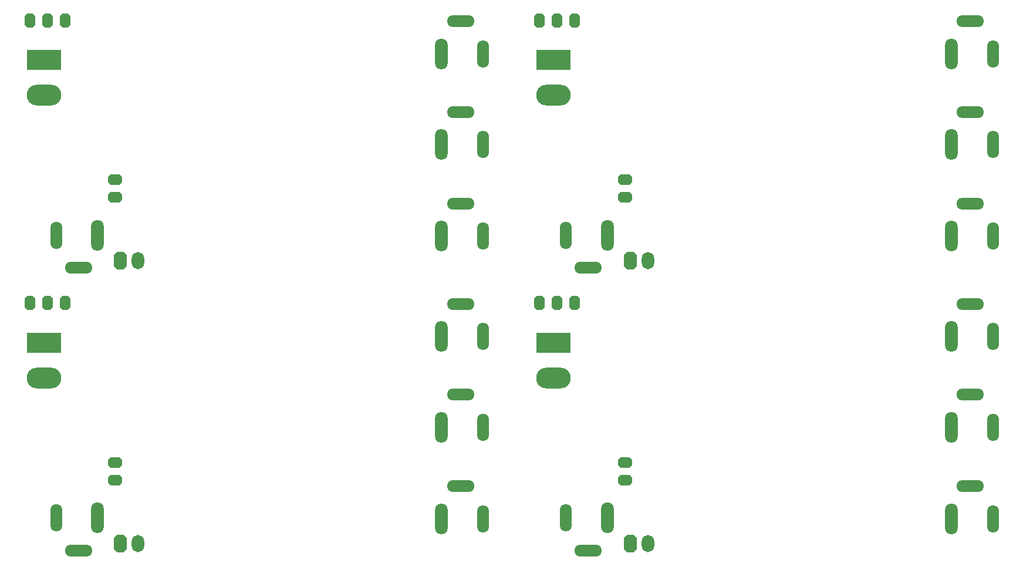
<source format=gbr>
%TF.GenerationSoftware,Altium Limited,Altium Designer,23.1.1 (15)*%
G04 Layer_Color=255*
%FSLAX45Y45*%
%MOMM*%
%TF.SameCoordinates,4CCFFED5-D059-4900-A68D-9618ACEA1AB5*%
%TF.FilePolarity,Positive*%
%TF.FileFunction,Pads,Bot*%
%TF.Part,CustomerPanel*%
G01*
G75*
%TA.AperFunction,ComponentPad*%
%ADD26O,3.99999X1.70000*%
%ADD27O,1.80000X4.49999*%
%ADD28O,1.70000X3.99999*%
%ADD29O,1.80000X2.50000*%
G04:AMPARAMS|DCode=30|XSize=1.8mm|YSize=2.5mm|CornerRadius=0mm|HoleSize=0mm|Usage=FLASHONLY|Rotation=180.000|XOffset=0mm|YOffset=0mm|HoleType=Round|Shape=Octagon|*
%AMOCTAGOND30*
4,1,8,0.45000,-1.25000,-0.45000,-1.25000,-0.90000,-0.80000,-0.90000,0.80000,-0.45000,1.25000,0.45000,1.25000,0.90000,0.80000,0.90000,-0.80000,0.45000,-1.25000,0.0*
%
%ADD30OCTAGOND30*%

G04:AMPARAMS|DCode=31|XSize=2.032mm|YSize=1.524mm|CornerRadius=0mm|HoleSize=0mm|Usage=FLASHONLY|Rotation=90.000|XOffset=0mm|YOffset=0mm|HoleType=Round|Shape=Octagon|*
%AMOCTAGOND31*
4,1,8,0.38100,1.01600,-0.38100,1.01600,-0.76200,0.63500,-0.76200,-0.63500,-0.38100,-1.01600,0.38100,-1.01600,0.76200,-0.63500,0.76200,0.63500,0.38100,1.01600,0.0*
%
%ADD31OCTAGOND31*%

G04:AMPARAMS|DCode=32|XSize=2.032mm|YSize=1.524mm|CornerRadius=0mm|HoleSize=0mm|Usage=FLASHONLY|Rotation=180.000|XOffset=0mm|YOffset=0mm|HoleType=Round|Shape=Octagon|*
%AMOCTAGOND32*
4,1,8,-1.01600,0.38100,-1.01600,-0.38100,-0.63500,-0.76200,0.63500,-0.76200,1.01600,-0.38100,1.01600,0.38100,0.63500,0.76200,-0.63500,0.76200,-1.01600,0.38100,0.0*
%
%ADD32OCTAGOND32*%

%ADD33R,5.00000X3.00000*%
%ADD34O,5.00000X3.00000*%
D26*
X9174599Y7822897D02*
D03*
Y5193997D02*
D03*
Y6514797D02*
D03*
X3665101Y4267103D02*
D03*
X16527899Y7822897D02*
D03*
Y5193997D02*
D03*
Y6514797D02*
D03*
X11018401Y4267103D02*
D03*
X9174599Y11899597D02*
D03*
Y9270697D02*
D03*
Y10591497D02*
D03*
X3665101Y8343803D02*
D03*
X16527899Y11899597D02*
D03*
Y9270697D02*
D03*
Y10591497D02*
D03*
X11018401Y8343803D02*
D03*
D27*
X8899601Y7352897D02*
D03*
Y4723997D02*
D03*
Y6044797D02*
D03*
X3940099Y4737103D02*
D03*
X16252901Y7352897D02*
D03*
Y4723997D02*
D03*
Y6044797D02*
D03*
X11293399Y4737103D02*
D03*
X8899601Y11429597D02*
D03*
Y8800697D02*
D03*
Y10121497D02*
D03*
X3940099Y8813803D02*
D03*
X16252901Y11429597D02*
D03*
Y8800697D02*
D03*
Y10121497D02*
D03*
X11293399Y8813803D02*
D03*
D28*
X9499600Y7352900D02*
D03*
Y4724000D02*
D03*
Y6044800D02*
D03*
X3340100Y4737100D02*
D03*
X16852901Y7352900D02*
D03*
Y4724000D02*
D03*
Y6044800D02*
D03*
X10693400Y4737100D02*
D03*
X9499600Y11429600D02*
D03*
Y8800700D02*
D03*
Y10121500D02*
D03*
X3340100Y8813800D02*
D03*
X16852901Y11429600D02*
D03*
Y8800700D02*
D03*
Y10121500D02*
D03*
X10693400Y8813800D02*
D03*
D29*
X4521200Y4368800D02*
D03*
X11874500D02*
D03*
X4521200Y8445500D02*
D03*
X11874500D02*
D03*
D30*
X4267200Y4368800D02*
D03*
X11620500D02*
D03*
X4267200Y8445500D02*
D03*
X11620500D02*
D03*
D31*
X3467100Y7835900D02*
D03*
X2959100D02*
D03*
X3213100D02*
D03*
X10820400D02*
D03*
X10312400D02*
D03*
X10566400D02*
D03*
X3467100Y11912600D02*
D03*
X2959100D02*
D03*
X3213100D02*
D03*
X10820400D02*
D03*
X10312400D02*
D03*
X10566400D02*
D03*
D32*
X4191000Y5537200D02*
D03*
Y5283200D02*
D03*
X11544300Y5537200D02*
D03*
Y5283200D02*
D03*
X4191000Y9613900D02*
D03*
Y9359900D02*
D03*
X11544300Y9613900D02*
D03*
Y9359900D02*
D03*
D33*
X3162300Y7264400D02*
D03*
X10515600D02*
D03*
X3162300Y11341100D02*
D03*
X10515600D02*
D03*
D34*
X3162300Y6756400D02*
D03*
X10515600D02*
D03*
X3162300Y10833100D02*
D03*
X10515600D02*
D03*
%TF.MD5,8cb6750fa472ebc00e555cc7debd27a5*%
M02*

</source>
